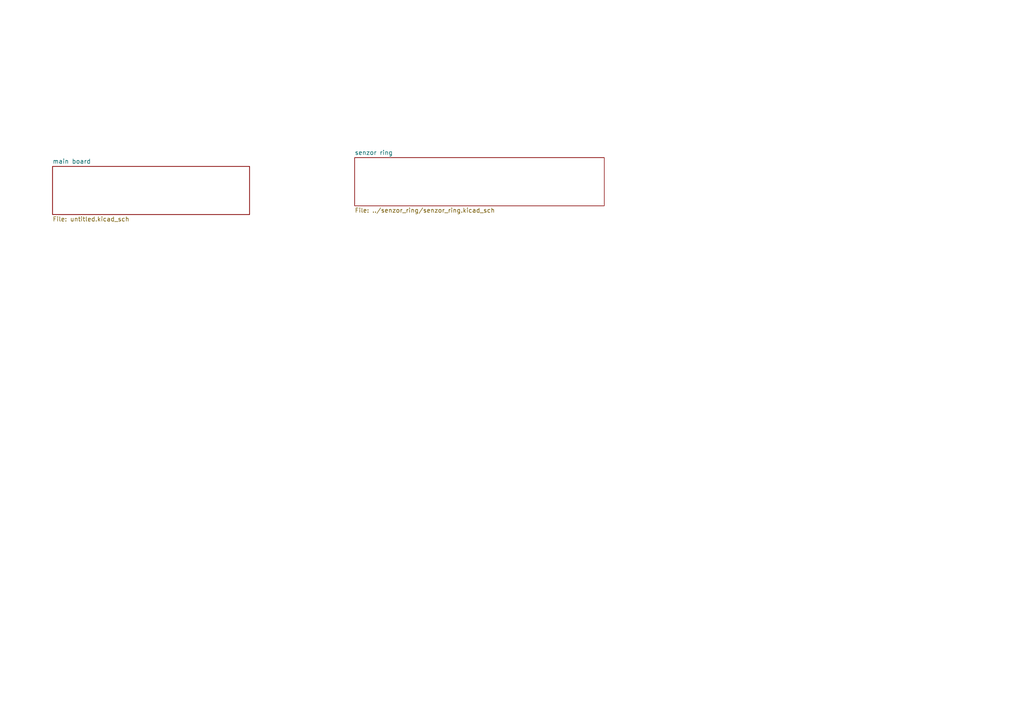
<source format=kicad_sch>
(kicad_sch
	(version 20250114)
	(generator "eeschema")
	(generator_version "9.0")
	(uuid "aa97f465-4c06-407f-954d-2aeeb7327ce9")
	(paper "A4")
	(lib_symbols)
	(sheet
		(at 102.87 45.72)
		(size 72.39 13.97)
		(exclude_from_sim no)
		(in_bom yes)
		(on_board yes)
		(dnp no)
		(fields_autoplaced yes)
		(stroke
			(width 0.1524)
			(type solid)
		)
		(fill
			(color 0 0 0 0.0000)
		)
		(uuid "0ceb0193-d501-42bd-a1a9-72e86e298890")
		(property "Sheetname" "senzor ring"
			(at 102.87 45.0084 0)
			(effects
				(font
					(size 1.27 1.27)
				)
				(justify left bottom)
			)
		)
		(property "Sheetfile" "../senzor_ring/senzor_ring.kicad_sch"
			(at 102.87 60.2746 0)
			(effects
				(font
					(size 1.27 1.27)
				)
				(justify left top)
			)
		)
		(instances
			(project "FL-Zetor"
				(path "/aa97f465-4c06-407f-954d-2aeeb7327ce9"
					(page "3")
				)
			)
		)
	)
	(sheet
		(at 15.24 48.26)
		(size 57.15 13.97)
		(exclude_from_sim no)
		(in_bom yes)
		(on_board yes)
		(dnp no)
		(fields_autoplaced yes)
		(stroke
			(width 0.1524)
			(type solid)
		)
		(fill
			(color 0 0 0 0.0000)
		)
		(uuid "1a2e27b3-54d8-4c5d-9267-1234b1665a28")
		(property "Sheetname" "main board"
			(at 15.24 47.5484 0)
			(effects
				(font
					(size 1.27 1.27)
				)
				(justify left bottom)
			)
		)
		(property "Sheetfile" "untitled.kicad_sch"
			(at 15.24 62.8146 0)
			(effects
				(font
					(size 1.27 1.27)
				)
				(justify left top)
			)
		)
		(instances
			(project "FL-Zetor"
				(path "/aa97f465-4c06-407f-954d-2aeeb7327ce9"
					(page "2")
				)
			)
		)
	)
	(sheet_instances
		(path "/"
			(page "1")
		)
	)
	(embedded_fonts no)
)

</source>
